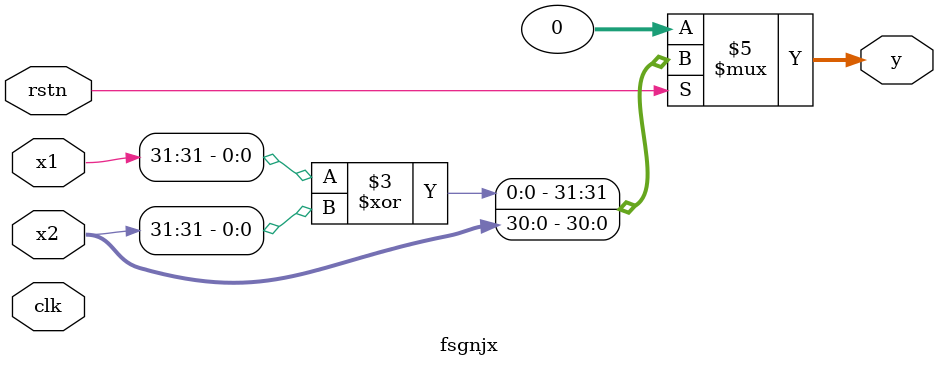
<source format=sv>
`default_nettype wire
module fabs (
	input [31:0] x,
	output [31:0] y,
	input clk,
	input rstn
);
	logic [31:0] y_reg;
	assign y = y_reg;

	always @(posedge clk) begin
		if (~rstn) begin
			y_reg <= 32'b0;
		end else begin
			y_reg <= {1'b0,x[30:0]};
		end
	end
endmodule

module fneg (
	input [31:0] x,
	output [31:0] y,
	input clk,
	input rstn
);
	logic [31:0] y_reg;
	assign y = y_reg;

	always @(posedge clk) begin
		if (~rstn) begin
			y_reg <= 32'b0;
		end else begin
			y_reg <= {~x[31],x[30:0]};
		end
	end
endmodule

module fsgnj (
	input wire [31:0]  x1,
	input wire [31:0]  x2,
  output logic [31:0] y,
  //output wire        ovf,
  input wire       clk,
  input wire       rstn
);
	//logic [31:0] y_reg;
	//assign y = y_reg;

	always_comb  begin
		if (~rstn) begin
			y <= 32'b0;
		end else begin
			y <= {x2[31],x1[30:0]};
		end
	end
endmodule

module fsgnjn (
	input wire [31:0]  x1,
	input wire [31:0]  x2,
  output logic [31:0] y,
  input wire       clk,
  input wire       rstn
);
	//logic [31:0] y_reg;
	//assign y = y_reg;

	always_comb begin
		if (~rstn) begin
			y <= 32'b0;
		end 
		else begin
			y <= {~x2[31],x1[30:0]};
		end
	end
endmodule

module fsgnjx (
	input wire [31:0]  x1,
	input wire [31:0]  x2,
  output logic [31:0] y,
  //output wire        ovf,
  input wire       clk,
  input wire       rstn
);
	//logic [31:0] y_reg;
	//assign y = y_reg;

	always_comb  begin
		if (~rstn) begin
			y <= 32'b0;
		end else begin
			y <= {x1[31]^x2[31],x2[30:0]};
		end
	end
endmodule
</source>
